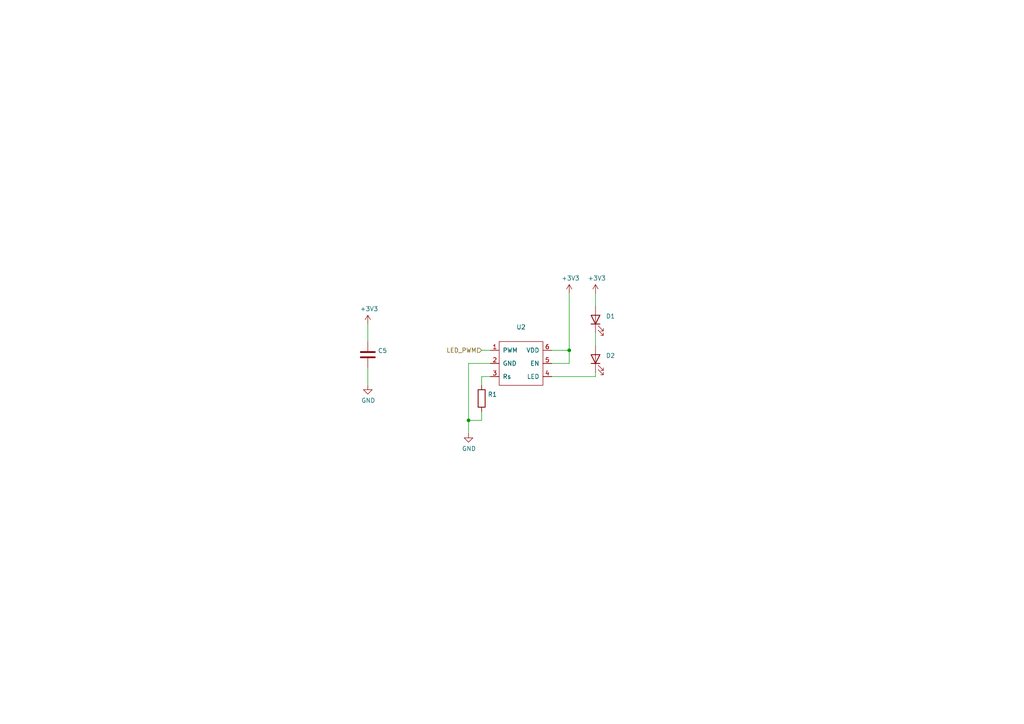
<source format=kicad_sch>
(kicad_sch (version 20211123) (generator eeschema)
  (paper "A4")
  (lib_symbols
    (symbol "Device:C" (pin_numbers hide) (pin_names (offset 0.254))
      (property "Reference" "C" (at 0.635 2.54 0))
      (property "Value" "C" (at 0.635 -2.54 0))
      (symbol "C_0_1"
        (polyline (pts (xy -2.032 -0.762) (xy 2.032 -0.762)) (stroke (width 0.508)))
        (polyline (pts (xy -2.032 0.762) (xy 2.032 0.762)) (stroke (width 0.508)))
      )
      (symbol "C_1_1"
        (pin passive line (at 0 3.81 270) (length 2.794) (name "~") (number "1"))
        (pin passive line (at 0 -3.81 90) (length 2.794) (name "~") (number "2"))
      )
    )
    (symbol "Device:LED" (pin_numbers hide) (pin_names (offset 1.016) hide)
      (property "Reference" "D" (at 0 2.54 0))
      (property "Value" "LED" (at 0 -2.54 0))
      (symbol "LED_0_1"
        (polyline (pts (xy -1.27 -1.27) (xy -1.27 1.27)) (stroke (width 0.254)))
        (polyline (pts (xy -1.27 0) (xy 1.27 0)))
        (polyline (pts (xy 1.27 -1.27) (xy 1.27 1.27) (xy -1.27 0) (xy 1.27 -1.27)) (stroke (width 0.254)))
        (polyline (pts (xy -3.048 -0.762) (xy -4.572 -2.286) (xy -3.81 -2.286) (xy -4.572 -2.286) (xy -4.572 -1.524)))
        (polyline (pts (xy -1.778 -0.762) (xy -3.302 -2.286) (xy -2.54 -2.286) (xy -3.302 -2.286) (xy -3.302 -1.524)))
      )
      (symbol "LED_1_1"
        (pin passive line (at -3.81 0 0) (length 2.54) (name "K") (number "1"))
        (pin passive line (at 3.81 0 180) (length 2.54) (name "A") (number "2"))
      )
    )
    (symbol "Device:R" (pin_numbers hide) (pin_names (offset 0))
      (property "Reference" "R" (at 2.032 0 90))
      (property "Value" "R" (at 0 0 90))
      (symbol "R_0_1"
        (rectangle (start -1.016 -2.54) (end 1.016 2.54) (stroke (width 0.254)))
      )
      (symbol "R_1_1"
        (pin passive line (at 0 3.81 270) (length 1.27) (name "~") (number "1"))
        (pin passive line (at 0 -3.81 90) (length 1.27) (name "~") (number "2"))
      )
    )
    (symbol "lapis-rescue:NJU6080-NJU6080" (pin_names (offset 1.016))
      (property "Reference" "U" (at 0 0 0))
      (property "Value" "NJU6080-NJU6080" (at 0 -2.54 0))
      (symbol "NJU6080-NJU6080_0_1"
        (rectangle (start -6.35 -3.81) (end 6.35 -16.51))
      )
      (symbol "NJU6080-NJU6080_1_1"
        (pin input line (at -8.89 -6.35 0) (length 2.54) (name "PWM") (number "1"))
        (pin input line (at -8.89 -10.16 0) (length 2.54) (name "GND") (number "2"))
        (pin input line (at -8.89 -13.97 0) (length 2.54) (name "Rs") (number "3"))
        (pin input line (at 8.89 -13.97 180) (length 2.54) (name "LED") (number "4"))
        (pin input line (at 8.89 -10.16 180) (length 2.54) (name "EN") (number "5"))
        (pin input line (at 8.89 -6.35 180) (length 2.54) (name "VDD") (number "6"))
      )
    )
    (symbol "power:+3.3V" (power) (pin_names (offset 0))
      (property "Value" "+3.3V" (at 0 3.556 0))
      (symbol "+3.3V_0_1"
        (polyline (pts (xy -0.762 1.27) (xy 0 2.54)))
        (polyline (pts (xy 0 0) (xy 0 2.54)))
        (polyline (pts (xy 0 2.54) (xy 0.762 1.27)))
      )
      (symbol "+3.3V_1_1"
        (pin power_in line (at 0 0 90) (length 0) hide (name "+3V3") (number "1"))
      )
    )
    (symbol "power:GND" (power) (pin_names (offset 0))
      (property "Value" "GND" (at 0 -3.81 0))
      (symbol "GND_0_1"
        (polyline (pts (xy 0 0) (xy 0 -1.27) (xy 1.27 -1.27) (xy 0 -2.54) (xy -1.27 -1.27) (xy 0 -1.27)))
      )
      (symbol "GND_1_1"
        (pin power_in line (at 0 0 270) (length 0) hide (name "GND") (number "1"))
      )
    )
  )
  (junction (at 165.1 101.6))
  (junction (at 135.89 121.92))
  (wire (pts (xy 172.72 107.95) (xy 172.72 109.22)))
  (wire (pts (xy 135.89 121.92) (xy 135.89 125.73)))
  (wire (pts (xy 165.1 101.6) (xy 165.1 105.41)))
  (wire (pts (xy 106.68 99.06) (xy 106.68 93.98)))
  (wire (pts (xy 106.68 106.68) (xy 106.68 111.76)))
  (wire (pts (xy 139.7 121.92) (xy 135.89 121.92)))
  (wire (pts (xy 139.7 109.22) (xy 139.7 111.76)))
  (wire (pts (xy 160.02 101.6) (xy 165.1 101.6)))
  (wire (pts (xy 172.72 85.09) (xy 172.72 88.9)))
  (wire (pts (xy 139.7 119.38) (xy 139.7 121.92)))
  (wire (pts (xy 172.72 109.22) (xy 160.02 109.22)))
  (wire (pts (xy 165.1 85.09) (xy 165.1 101.6)))
  (wire (pts (xy 172.72 96.52) (xy 172.72 100.33)))
  (wire (pts (xy 139.7 101.6) (xy 142.24 101.6)))
  (wire (pts (xy 142.24 109.22) (xy 139.7 109.22)))
  (wire (pts (xy 165.1 105.41) (xy 160.02 105.41)))
  (wire (pts (xy 142.24 105.41) (xy 135.89 105.41)))
  (wire (pts (xy 135.89 105.41) (xy 135.89 121.92)))
  (hierarchical_label "LED_PWM" (shape input) (at 139.7 101.6 180))
  (symbol (lib_id "lapis-rescue:NJU6080-NJU6080") (at 151.13 95.25 0) (unit 1)
    (property "Reference" "U2" (at 151.13 94.869 0))
  )
  (symbol (lib_id "Device:LED") (at 172.72 92.71 90) (unit 1)
    (property "Reference" "D1" (at 175.7172 91.7194 90) (effects (justify right)))
  )
  (symbol (lib_id "Device:LED") (at 172.72 104.14 90) (unit 1)
    (property "Reference" "D2" (at 175.7172 103.1494 90) (effects (justify right)))
  )
  (symbol (lib_id "power:+3.3V") (at 165.1 85.09 0) (unit 1)
    (property "Reference" "#PWR0110" (effects hide))
  )
  (symbol (lib_id "power:GND") (at 135.89 125.73 0) (unit 1)
    (property "Reference" "#PWR0111" (effects hide))
  )
  (symbol (lib_id "Device:R") (at 139.7 115.57 0) (unit 1)
    (property "Reference" "R1" (at 141.478 114.4016 0) (effects (justify left)))
  )
  (symbol (lib_id "power:+3.3V") (at 106.68 93.98 0) (unit 1)
    (property "Reference" "#PWR0112" (effects hide))
  )
  (symbol (lib_id "Device:C") (at 106.68 102.87 0) (unit 1)
    (property "Reference" "C5" (at 109.601 101.7016 0) (effects (justify left)))
  )
  (symbol (lib_id "power:GND") (at 106.68 111.76 0) (unit 1)
    (property "Reference" "#PWR0113" (effects hide))
  )
  (symbol (lib_id "power:+3.3V") (at 172.72 85.09 0) (unit 1)
    (property "Reference" "#PWR0109" (effects hide))
  )
)
</source>
